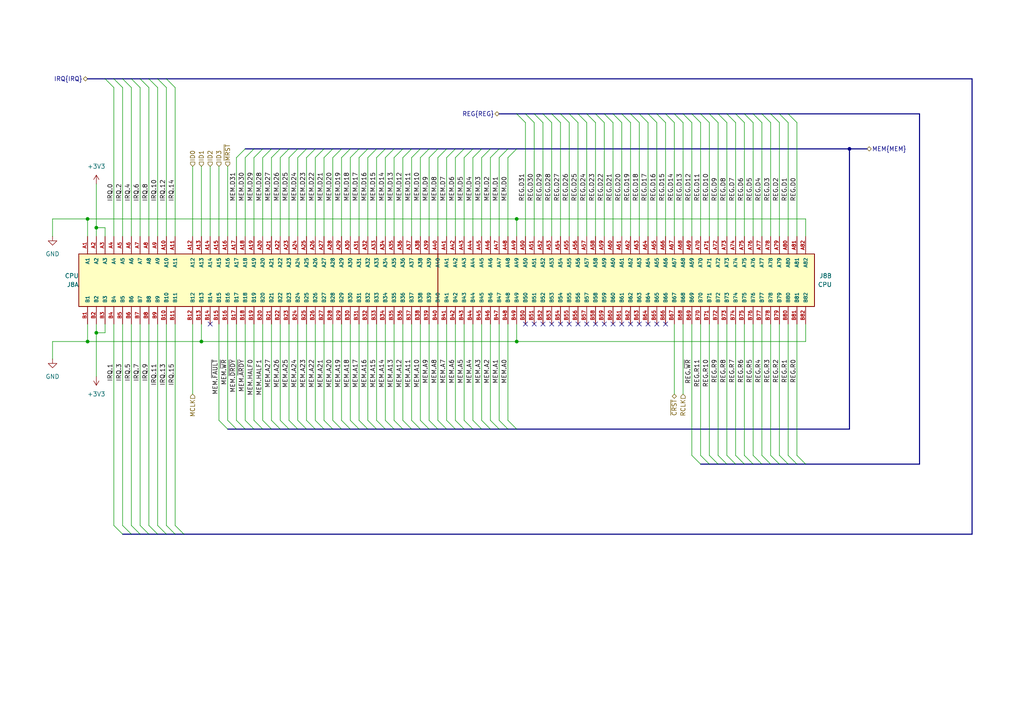
<source format=kicad_sch>
(kicad_sch (version 20231120) (generator "eeschema") (generator_version "8.0")
  (paper "A4")
  (title_block (title "RVFS CPU Slot") (date "2024-08-17") (rev "0.0.1") (comment 1 "Pins up to and including A/B49 share the same positions as for peripherals.") (comment 2 "Unconneccted pins are available for future use.") (comment 3 "PCIe connector, as those are rated for higher current.") (comment 4 "Primary power supply connections are mapped to pins which are used for power on the"))
  (lib_symbols
    (symbol "10018783-10113TLF:10018783-10113TLF" (pin_names (offset 1.016))
      (property "Reference" "J" (at -7.62 54.102 0))
      (property "Value" "10018783-10113TLF" (at -7.62 -55.88 0))
      (symbol "10018783-10113TLF_1_0"
        (rectangle (start -7.62 -53.34) (end 7.62 53.34) (stroke (width 0.254)) (fill (type background)))
        (pin passive line (at -12.7 50.8 0) (length 5.08) (name "A1") (number "A1"))
        (pin passive line (at -12.7 27.94 0) (length 5.08) (name "A10") (number "A10"))
        (pin passive line (at -12.7 25.4 0) (length 5.08) (name "A11") (number "A11"))
        (pin passive line (at -12.7 20.32 0) (length 5.08) (name "A12") (number "A12"))
        (pin passive line (at -12.7 17.78 0) (length 5.08) (name "A13") (number "A13"))
        (pin passive line (at -12.7 15.24 0) (length 5.08) (name "A14") (number "A14"))
        (pin passive line (at -12.7 12.7 0) (length 5.08) (name "A15") (number "A15"))
        (pin passive line (at -12.7 10.16 0) (length 5.08) (name "A16") (number "A16"))
        (pin passive line (at -12.7 7.62 0) (length 5.08) (name "A17") (number "A17"))
        (pin passive line (at -12.7 5.08 0) (length 5.08) (name "A18") (number "A18"))
        (pin passive line (at -12.7 2.54 0) (length 5.08) (name "A19") (number "A19"))
        (pin passive line (at -12.7 48.26 0) (length 5.08) (name "A2") (number "A2"))
        (pin passive line (at -12.7 0 0) (length 5.08) (name "A20") (number "A20"))
        (pin passive line (at -12.7 -2.54 0) (length 5.08) (name "A21") (number "A21"))
        (pin passive line (at -12.7 -5.08 0) (length 5.08) (name "A22") (number "A22"))
        (pin passive line (at -12.7 -7.62 0) (length 5.08) (name "A23") (number "A23"))
        (pin passive line (at -12.7 -10.16 0) (length 5.08) (name "A24") (number "A24"))
        (pin passive line (at -12.7 -12.7 0) (length 5.08) (name "A25") (number "A25"))
        (pin passive line (at -12.7 -15.24 0) (length 5.08) (name "A26") (number "A26"))
        (pin passive line (at -12.7 -17.78 0) (length 5.08) (name "A27") (number "A27"))
        (pin passive line (at -12.7 -20.32 0) (length 5.08) (name "A28") (number "A28"))
        (pin passive line (at -12.7 -22.86 0) (length 5.08) (name "A29") (number "A29"))
        (pin passive line (at -12.7 45.72 0) (length 5.08) (name "A3") (number "A3"))
        (pin passive line (at -12.7 -25.4 0) (length 5.08) (name "A30") (number "A30"))
        (pin passive line (at -12.7 -27.94 0) (length 5.08) (name "A31") (number "A31"))
        (pin passive line (at -12.7 -30.48 0) (length 5.08) (name "A32") (number "A32"))
        (pin passive line (at -12.7 -33.02 0) (length 5.08) (name "A33") (number "A33"))
        (pin passive line (at -12.7 -35.56 0) (length 5.08) (name "A34") (number "A34"))
        (pin passive line (at -12.7 -38.1 0) (length 5.08) (name "A35") (number "A35"))
        (pin passive line (at -12.7 -40.64 0) (length 5.08) (name "A36") (number "A36"))
        (pin passive line (at -12.7 -43.18 0) (length 5.08) (name "A37") (number "A37"))
        (pin passive line (at -12.7 -45.72 0) (length 5.08) (name "A38") (number "A38"))
        (pin passive line (at -12.7 -48.26 0) (length 5.08) (name "A39") (number "A39"))
        (pin passive line (at -12.7 43.18 0) (length 5.08) (name "A4") (number "A4"))
        (pin passive line (at -12.7 -50.8 0) (length 5.08) (name "A40") (number "A40"))
        (pin passive line (at -12.7 40.64 0) (length 5.08) (name "A5") (number "A5"))
        (pin passive line (at -12.7 38.1 0) (length 5.08) (name "A6") (number "A6"))
        (pin passive line (at -12.7 35.56 0) (length 5.08) (name "A7") (number "A7"))
        (pin passive line (at -12.7 33.02 0) (length 5.08) (name "A8") (number "A8"))
        (pin passive line (at -12.7 30.48 0) (length 5.08) (name "A9") (number "A9"))
        (pin passive line (at 12.7 50.8 180) (length 5.08) (name "B1") (number "B1"))
        (pin passive line (at 12.7 27.94 180) (length 5.08) (name "B10") (number "B10"))
        (pin passive line (at 12.7 25.4 180) (length 5.08) (name "B11") (number "B11"))
        (pin passive line (at 12.7 20.32 180) (length 5.08) (name "B12") (number "B12"))
        (pin passive line (at 12.7 17.78 180) (length 5.08) (name "B13") (number "B13"))
        (pin passive line (at 12.7 15.24 180) (length 5.08) (name "B14") (number "B14"))
        (pin passive line (at 12.7 12.7 180) (length 5.08) (name "B15") (number "B15"))
        (pin passive line (at 12.7 10.16 180) (length 5.08) (name "B16") (number "B16"))
        (pin passive line (at 12.7 7.62 180) (length 5.08) (name "B17") (number "B17"))
        (pin passive line (at 12.7 5.08 180) (length 5.08) (name "B18") (number "B18"))
        (pin passive line (at 12.7 2.54 180) (length 5.08) (name "B19") (number "B19"))
        (pin passive line (at 12.7 48.26 180) (length 5.08) (name "B2") (number "B2"))
        (pin passive line (at 12.7 0 180) (length 5.08) (name "B20") (number "B20"))
        (pin passive line (at 12.7 -2.54 180) (length 5.08) (name "B21") (number "B21"))
        (pin passive line (at 12.7 -5.08 180) (length 5.08) (name "B22") (number "B22"))
        (pin passive line (at 12.7 -7.62 180) (length 5.08) (name "B23") (number "B23"))
        (pin passive line (at 12.7 -10.16 180) (length 5.08) (name "B24") (number "B24"))
        (pin passive line (at 12.7 -12.7 180) (length 5.08) (name "B25") (number "B25"))
        (pin passive line (at 12.7 -15.24 180) (length 5.08) (name "B26") (number "B26"))
        (pin passive line (at 12.7 -17.78 180) (length 5.08) (name "B27") (number "B27"))
        (pin passive line (at 12.7 -20.32 180) (length 5.08) (name "B28") (number "B28"))
        (pin passive line (at 12.7 -22.86 180) (length 5.08) (name "B29") (number "B29"))
        (pin passive line (at 12.7 45.72 180) (length 5.08) (name "B3") (number "B3"))
        (pin passive line (at 12.7 -25.4 180) (length 5.08) (name "B30") (number "B30"))
        (pin passive line (at 12.7 -27.94 180) (length 5.08) (name "B31") (number "B31"))
        (pin passive line (at 12.7 -30.48 180) (length 5.08) (name "B32") (number "B32"))
        (pin passive line (at 12.7 -33.02 180) (length 5.08) (name "B33") (number "B33"))
        (pin passive line (at 12.7 -35.56 180) (length 5.08) (name "B34") (number "B34"))
        (pin passive line (at 12.7 -38.1 180) (length 5.08) (name "B35") (number "B35"))
        (pin passive line (at 12.7 -40.64 180) (length 5.08) (name "B36") (number "B36"))
        (pin passive line (at 12.7 -43.18 180) (length 5.08) (name "B37") (number "B37"))
        (pin passive line (at 12.7 -45.72 180) (length 5.08) (name "B38") (number "B38"))
        (pin passive line (at 12.7 -48.26 180) (length 5.08) (name "B39") (number "B39"))
        (pin passive line (at 12.7 43.18 180) (length 5.08) (name "B4") (number "B4"))
        (pin passive line (at 12.7 -50.8 180) (length 5.08) (name "B40") (number "B40"))
        (pin passive line (at 12.7 40.64 180) (length 5.08) (name "B5") (number "B5"))
        (pin passive line (at 12.7 38.1 180) (length 5.08) (name "B6") (number "B6"))
        (pin passive line (at 12.7 35.56 180) (length 5.08) (name "B7") (number "B7"))
        (pin passive line (at 12.7 33.02 180) (length 5.08) (name "B8") (number "B8"))
        (pin passive line (at 12.7 30.48 180) (length 5.08) (name "B9") (number "B9"))
      )
      (symbol "10018783-10113TLF_2_0"
        (rectangle (start -7.62 -53.34) (end 7.62 55.88) (stroke (width 0.254)) (fill (type background)))
        (pin passive line (at -12.7 53.34 0) (length 5.08) (name "A41") (number "A41"))
        (pin passive line (at -12.7 50.8 0) (length 5.08) (name "A42") (number "A42"))
        (pin passive line (at -12.7 48.26 0) (length 5.08) (name "A43") (number "A43"))
        (pin passive line (at -12.7 45.72 0) (length 5.08) (name "A44") (number "A44"))
        (pin passive line (at -12.7 43.18 0) (length 5.08) (name "A45") (number "A45"))
        (pin passive line (at -12.7 40.64 0) (length 5.08) (name "A46") (number "A46"))
        (pin passive line (at -12.7 38.1 0) (length 5.08) (name "A47") (number "A47"))
        (pin passive line (at -12.7 35.56 0) (length 5.08) (name "A48") (number "A48"))
        (pin passive line (at -12.7 33.02 0) (length 5.08) (name "A49") (number "A49"))
        (pin passive line (at -12.7 30.48 0) (length 5.08) (name "A50") (number "A50"))
        (pin passive line (at -12.7 27.94 0) (length 5.08) (name "A51") (number "A51"))
        (pin passive line (at -12.7 25.4 0) (length 5.08) (name "A52") (number "A52"))
        (pin passive line (at -12.7 22.86 0) (length 5.08) (name "A53") (number "A53"))
        (pin passive line (at -12.7 20.32 0) (length 5.08) (name "A54") (number "A54"))
        (pin passive line (at -12.7 17.78 0) (length 5.08) (name "A55") (number "A55"))
        (pin passive line (at -12.7 15.24 0) (length 5.08) (name "A56") (number "A56"))
        (pin passive line (at -12.7 12.7 0) (length 5.08) (name "A57") (number "A57"))
        (pin passive line (at -12.7 10.16 0) (length 5.08) (name "A58") (number "A58"))
        (pin passive line (at -12.7 7.62 0) (length 5.08) (name "A59") (number "A59"))
        (pin passive line (at -12.7 5.08 0) (length 5.08) (name "A60") (number "A60"))
        (pin passive line (at -12.7 2.54 0) (length 5.08) (name "A61") (number "A61"))
        (pin passive line (at -12.7 0 0) (length 5.08) (name "A62") (number "A62"))
        (pin passive line (at -12.7 -2.54 0) (length 5.08) (name "A63") (number "A63"))
        (pin passive line (at -12.7 -5.08 0) (length 5.08) (name "A64") (number "A64"))
        (pin passive line (at -12.7 -7.62 0) (length 5.08) (name "A65") (number "A65"))
        (pin passive line (at -12.7 -10.16 0) (length 5.08) (name "A66") (number "A66"))
        (pin passive line (at -12.7 -12.7 0) (length 5.08) (name "A67") (number "A67"))
        (pin passive line (at -12.7 -15.24 0) (length 5.08) (name "A68") (number "A68"))
        (pin passive line (at -12.7 -17.78 0) (length 5.08) (name "A69") (number "A69"))
        (pin passive line (at -12.7 -20.32 0) (length 5.08) (name "A70") (number "A70"))
        (pin passive line (at -12.7 -22.86 0) (length 5.08) (name "A71") (number "A71"))
        (pin passive line (at -12.7 -25.4 0) (length 5.08) (name "A72") (number "A72"))
        (pin passive line (at -12.7 -27.94 0) (length 5.08) (name "A73") (number "A73"))
        (pin passive line (at -12.7 -30.48 0) (length 5.08) (name "A74") (number "A74"))
        (pin passive line (at -12.7 -33.02 0) (length 5.08) (name "A75") (number "A75"))
        (pin passive line (at -12.7 -35.56 0) (length 5.08) (name "A76") (number "A76"))
        (pin passive line (at -12.7 -38.1 0) (length 5.08) (name "A77") (number "A77"))
        (pin passive line (at -12.7 -40.64 0) (length 5.08) (name "A78") (number "A78"))
        (pin passive line (at -12.7 -43.18 0) (length 5.08) (name "A79") (number "A79"))
        (pin passive line (at -12.7 -45.72 0) (length 5.08) (name "A80") (number "A80"))
        (pin passive line (at -12.7 -48.26 0) (length 5.08) (name "A81") (number "A81"))
        (pin passive line (at -12.7 -50.8 0) (length 5.08) (name "A82") (number "A82"))
        (pin passive line (at 12.7 53.34 180) (length 5.08) (name "B41") (number "B41"))
        (pin passive line (at 12.7 50.8 180) (length 5.08) (name "B42") (number "B42"))
        (pin passive line (at 12.7 48.26 180) (length 5.08) (name "B43") (number "B43"))
        (pin passive line (at 12.7 45.72 180) (length 5.08) (name "B44") (number "B44"))
        (pin passive line (at 12.7 43.18 180) (length 5.08) (name "B45") (number "B45"))
        (pin passive line (at 12.7 40.64 180) (length 5.08) (name "B46") (number "B46"))
        (pin passive line (at 12.7 38.1 180) (length 5.08) (name "B47") (number "B47"))
        (pin passive line (at 12.7 35.56 180) (length 5.08) (name "B48") (number "B48"))
        (pin passive line (at 12.7 33.02 180) (length 5.08) (name "B49") (number "B49"))
        (pin passive line (at 12.7 30.48 180) (length 5.08) (name "B50") (number "B50"))
        (pin passive line (at 12.7 27.94 180) (length 5.08) (name "B51") (number "B51"))
        (pin passive line (at 12.7 25.4 180) (length 5.08) (name "B52") (number "B52"))
        (pin passive line (at 12.7 22.86 180) (length 5.08) (name "B53") (number "B53"))
        (pin passive line (at 12.7 20.32 180) (length 5.08) (name "B54") (number "B54"))
        (pin passive line (at 12.7 17.78 180) (length 5.08) (name "B55") (number "B55"))
        (pin passive line (at 12.7 15.24 180) (length 5.08) (name "B56") (number "B56"))
        (pin passive line (at 12.7 12.7 180) (length 5.08) (name "B57") (number "B57"))
        (pin passive line (at 12.7 10.16 180) (length 5.08) (name "B58") (number "B58"))
        (pin passive line (at 12.7 7.62 180) (length 5.08) (name "B59") (number "B59"))
        (pin passive line (at 12.7 5.08 180) (length 5.08) (name "B60") (number "B60"))
        (pin passive line (at 12.7 2.54 180) (length 5.08) (name "B61") (number "B61"))
        (pin passive line (at 12.7 0 180) (length 5.08) (name "B62") (number "B62"))
        (pin passive line (at 12.7 -2.54 180) (length 5.08) (name "B63") (number "B63"))
        (pin passive line (at 12.7 -5.08 180) (length 5.08) (name "B64") (number "B64"))
        (pin passive line (at 12.7 -7.62 180) (length 5.08) (name "B65") (number "B65"))
        (pin passive line (at 12.7 -10.16 180) (length 5.08) (name "B66") (number "B66"))
        (pin passive line (at 12.7 -12.7 180) (length 5.08) (name "B67") (number "B67"))
        (pin passive line (at 12.7 -15.24 180) (length 5.08) (name "B68") (number "B68"))
        (pin passive line (at 12.7 -17.78 180) (length 5.08) (name "B69") (number "B69"))
        (pin passive line (at 12.7 -20.32 180) (length 5.08) (name "B70") (number "B70"))
        (pin passive line (at 12.7 -22.86 180) (length 5.08) (name "B71") (number "B71"))
        (pin passive line (at 12.7 -25.4 180) (length 5.08) (name "B72") (number "B72"))
        (pin passive line (at 12.7 -27.94 180) (length 5.08) (name "B73") (number "B73"))
        (pin passive line (at 12.7 -30.48 180) (length 5.08) (name "B74") (number "B74"))
        (pin passive line (at 12.7 -33.02 180) (length 5.08) (name "B75") (number "B75"))
        (pin passive line (at 12.7 -35.56 180) (length 5.08) (name "B76") (number "B76"))
        (pin passive line (at 12.7 -38.1 180) (length 5.08) (name "B77") (number "B77"))
        (pin passive line (at 12.7 -40.64 180) (length 5.08) (name "B78") (number "B78"))
        (pin passive line (at 12.7 -43.18 180) (length 5.08) (name "B79") (number "B79"))
        (pin passive line (at 12.7 -45.72 180) (length 5.08) (name "B80") (number "B80"))
        (pin passive line (at 12.7 -48.26 180) (length 5.08) (name "B81") (number "B81"))
        (pin passive line (at 12.7 -50.8 180) (length 5.08) (name "B82") (number "B82"))
      )
    )
    (symbol "power:+3V3" (power) (pin_numbers hide) (pin_names (offset 0) hide)
      (property "Value" "+3V3" (at 0 3.556 0))
      (symbol "+3V3_0_1"
        (polyline (pts (xy -0.762 1.27) (xy 0 2.54)))
        (polyline (pts (xy 0 0) (xy 0 2.54)))
        (polyline (pts (xy 0 2.54) (xy 0.762 1.27)))
      )
      (symbol "+3V3_1_1"
        (pin power_in line (at 0 0 90) (length 0) (name "~") (number "1"))
      )
    )
    (symbol "power:GND" (power) (pin_numbers hide) (pin_names (offset 0) hide)
      (property "Value" "GND" (at 0 -3.81 0))
      (symbol "GND_0_1"
        (polyline (pts (xy 0 0) (xy 0 -1.27) (xy 1.27 -1.27) (xy 0 -2.54) (xy -1.27 -1.27) (xy 0 -1.27)))
      )
      (symbol "GND_1_1"
        (pin power_in line (at 0 0 270) (length 0) (name "~") (number "1"))
      )
    )
  )
  (junction (at 25.4 63.5))
  (junction (at 27.94 96.52))
  (junction (at 25.4 99.06))
  (junction (at 27.94 66.04))
  (junction (at 149.86 99.06))
  (junction (at 58.42 99.06))
  (junction (at 246.38 43.18))
  (junction (at 149.86 63.5))
  (no_connect (at 180.34 93.98))
  (no_connect (at 157.48 93.98))
  (no_connect (at 182.88 93.98))
  (no_connect (at 152.4 93.98))
  (no_connect (at 160.02 93.98))
  (no_connect (at 172.72 93.98))
  (no_connect (at 154.94 93.98))
  (no_connect (at 190.5 93.98))
  (no_connect (at 185.42 93.98))
  (no_connect (at 162.56 93.98))
  (no_connect (at 167.64 93.98))
  (no_connect (at 177.8 93.98))
  (no_connect (at 175.26 93.98))
  (no_connect (at 60.96 93.98))
  (no_connect (at 165.1 93.98))
  (no_connect (at 170.18 93.98))
  (no_connect (at 193.04 93.98))
  (no_connect (at 187.96 93.98))
  (bus_entry (at 226.06 132.08) (size 2.54 2.54))
  (bus_entry (at 144.78 43.18) (size -2.54 2.54))
  (bus_entry (at 99.06 124.46) (size -2.54 -2.54))
  (bus_entry (at 38.1 154.94) (size -2.54 -2.54))
  (bus_entry (at 149.86 43.18) (size -2.54 2.54))
  (bus_entry (at 208.28 33.02) (size 2.54 2.54))
  (bus_entry (at 109.22 43.18) (size -2.54 2.54))
  (bus_entry (at 106.68 43.18) (size -2.54 2.54))
  (bus_entry (at 40.64 22.86) (size 2.54 2.54))
  (bus_entry (at 119.38 124.46) (size -2.54 -2.54))
  (bus_entry (at 78.74 43.18) (size -2.54 2.54))
  (bus_entry (at 124.46 43.18) (size -2.54 2.54))
  (bus_entry (at 139.7 43.18) (size -2.54 2.54))
  (bus_entry (at 45.72 154.94) (size -2.54 -2.54))
  (bus_entry (at 91.44 43.18) (size -2.54 2.54))
  (bus_entry (at 213.36 33.02) (size 2.54 2.54))
  (bus_entry (at 93.98 43.18) (size -2.54 2.54))
  (bus_entry (at 121.92 124.46) (size -2.54 -2.54))
  (bus_entry (at 231.14 132.08) (size 2.54 2.54))
  (bus_entry (at 177.8 33.02) (size 2.54 2.54))
  (bus_entry (at 116.84 43.18) (size -2.54 2.54))
  (bus_entry (at 134.62 43.18) (size -2.54 2.54))
  (bus_entry (at 205.74 132.08) (size 2.54 2.54))
  (bus_entry (at 111.76 124.46) (size -2.54 -2.54))
  (bus_entry (at 76.2 121.92) (size 2.54 2.54))
  (bus_entry (at 91.44 124.46) (size -2.54 -2.54))
  (bus_entry (at 220.98 132.08) (size 2.54 2.54))
  (bus_entry (at 111.76 43.18) (size -2.54 2.54))
  (bus_entry (at 53.34 154.94) (size -2.54 -2.54))
  (bus_entry (at 185.42 33.02) (size 2.54 2.54))
  (bus_entry (at 127 124.46) (size -2.54 -2.54))
  (bus_entry (at 218.44 33.02) (size 2.54 2.54))
  (bus_entry (at 88.9 43.18) (size -2.54 2.54))
  (bus_entry (at 43.18 22.86) (size 2.54 2.54))
  (bus_entry (at 205.74 33.02) (size 2.54 2.54))
  (bus_entry (at 109.22 124.46) (size -2.54 -2.54))
  (bus_entry (at 149.86 33.02) (size 2.54 2.54))
  (bus_entry (at 220.98 33.02) (size 2.54 2.54))
  (bus_entry (at 73.66 124.46) (size -2.54 -2.54))
  (bus_entry (at 200.66 33.02) (size 2.54 2.54))
  (bus_entry (at 76.2 43.18) (size -2.54 2.54))
  (bus_entry (at 68.58 124.46) (size -2.54 -2.54))
  (bus_entry (at 76.2 124.46) (size -2.54 -2.54))
  (bus_entry (at 96.52 43.18) (size -2.54 2.54))
  (bus_entry (at 160.02 33.02) (size 2.54 2.54))
  (bus_entry (at 114.3 43.18) (size -2.54 2.54))
  (bus_entry (at 40.64 154.94) (size -2.54 -2.54))
  (bus_entry (at 137.16 43.18) (size -2.54 2.54))
  (bus_entry (at 35.56 154.94) (size -2.54 -2.54))
  (bus_entry (at 73.66 43.18) (size -2.54 2.54))
  (bus_entry (at 71.12 124.46) (size -2.54 -2.54))
  (bus_entry (at 83.82 43.18) (size -2.54 2.54))
  (bus_entry (at 144.78 124.46) (size -2.54 -2.54))
  (bus_entry (at 30.48 22.86) (size 2.54 2.54))
  (bus_entry (at 218.44 132.08) (size 2.54 2.54))
  (bus_entry (at 203.2 132.08) (size 2.54 2.54))
  (bus_entry (at 81.28 43.18) (size -2.54 2.54))
  (bus_entry (at 101.6 124.46) (size -2.54 -2.54))
  (bus_entry (at 195.58 33.02) (size 2.54 2.54))
  (bus_entry (at 33.02 22.86) (size 2.54 2.54))
  (bus_entry (at 165.1 33.02) (size 2.54 2.54))
  (bus_entry (at 190.5 33.02) (size 2.54 2.54))
  (bus_entry (at 132.08 124.46) (size -2.54 -2.54))
  (bus_entry (at 157.48 33.02) (size 2.54 2.54))
  (bus_entry (at 223.52 132.08) (size 2.54 2.54))
  (bus_entry (at 86.36 43.18) (size -2.54 2.54))
  (bus_entry (at 99.06 43.18) (size -2.54 2.54))
  (bus_entry (at 43.18 154.94) (size -2.54 -2.54))
  (bus_entry (at 203.2 134.62) (size -2.54 -2.54))
  (bus_entry (at 175.26 33.02) (size 2.54 2.54))
  (bus_entry (at 172.72 33.02) (size 2.54 2.54))
  (bus_entry (at 170.18 33.02) (size 2.54 2.54))
  (bus_entry (at 38.1 22.86) (size 2.54 2.54))
  (bus_entry (at 96.52 124.46) (size -2.54 -2.54))
  (bus_entry (at 154.94 33.02) (size 2.54 2.54))
  (bus_entry (at 180.34 33.02) (size 2.54 2.54))
  (bus_entry (at 35.56 22.86) (size 2.54 2.54))
  (bus_entry (at 228.6 132.08) (size 2.54 2.54))
  (bus_entry (at 147.32 124.46) (size -2.54 -2.54))
  (bus_entry (at 137.16 124.46) (size -2.54 -2.54))
  (bus_entry (at 152.4 33.02) (size 2.54 2.54))
  (bus_entry (at 226.06 33.02) (size 2.54 2.54))
  (bus_entry (at 48.26 154.94) (size -2.54 -2.54))
  (bus_entry (at 81.28 124.46) (size -2.54 -2.54))
  (bus_entry (at 86.36 124.46) (size -2.54 -2.54))
  (bus_entry (at 88.9 124.46) (size -2.54 -2.54))
  (bus_entry (at 215.9 33.02) (size 2.54 2.54))
  (bus_entry (at 104.14 43.18) (size -2.54 2.54))
  (bus_entry (at 114.3 124.46) (size -2.54 -2.54))
  (bus_entry (at 121.92 43.18) (size -2.54 2.54))
  (bus_entry (at 45.72 22.86) (size 2.54 2.54))
  (bus_entry (at 83.82 124.46) (size -2.54 -2.54))
  (bus_entry (at 167.64 33.02) (size 2.54 2.54))
  (bus_entry (at 139.7 124.46) (size -2.54 -2.54))
  (bus_entry (at 104.14 124.46) (size -2.54 -2.54))
  (bus_entry (at 182.88 33.02) (size 2.54 2.54))
  (bus_entry (at 142.24 43.18) (size -2.54 2.54))
  (bus_entry (at 210.82 33.02) (size 2.54 2.54))
  (bus_entry (at 106.68 124.46) (size -2.54 -2.54))
  (bus_entry (at 66.04 124.46) (size -2.54 -2.54))
  (bus_entry (at 162.56 33.02) (size 2.54 2.54))
  (bus_entry (at 208.28 132.08) (size 2.54 2.54))
  (bus_entry (at 228.6 33.02) (size 2.54 2.54))
  (bus_entry (at 124.46 124.46) (size -2.54 -2.54))
  (bus_entry (at 149.86 124.46) (size -2.54 -2.54))
  (bus_entry (at 134.62 124.46) (size -2.54 -2.54))
  (bus_entry (at 132.08 43.18) (size -2.54 2.54))
  (bus_entry (at 93.98 124.46) (size -2.54 -2.54))
  (bus_entry (at 193.04 33.02) (size 2.54 2.54))
  (bus_entry (at 101.6 43.18) (size -2.54 2.54))
  (bus_entry (at 129.54 124.46) (size -2.54 -2.54))
  (bus_entry (at 127 43.18) (size -2.54 2.54))
  (bus_entry (at 215.9 132.08) (size 2.54 2.54))
  (bus_entry (at 129.54 43.18) (size -2.54 2.54))
  (bus_entry (at 116.84 124.46) (size -2.54 -2.54))
  (bus_entry (at 198.12 33.02) (size 2.54 2.54))
  (bus_entry (at 48.26 22.86) (size 2.54 2.54))
  (bus_entry (at 71.12 43.18) (size -2.54 2.54))
  (bus_entry (at 50.8 154.94) (size -2.54 -2.54))
  (bus_entry (at 213.36 132.08) (size 2.54 2.54))
  (bus_entry (at 210.82 132.08) (size 2.54 2.54))
  (bus_entry (at 147.32 43.18) (size -2.54 2.54))
  (bus_entry (at 119.38 43.18) (size -2.54 2.54))
  (bus_entry (at 203.2 33.02) (size 2.54 2.54))
  (bus_entry (at 223.52 33.02) (size 2.54 2.54))
  (bus_entry (at 187.96 33.02) (size 2.54 2.54))
  (bus_entry (at 142.24 124.46) (size -2.54 -2.54))
  (bus (pts (xy 40.64 22.86) (xy 43.18 22.86)))
  (bus (pts (xy 71.12 43.18) (xy 73.66 43.18)))
  (wire (pts (xy 114.3 93.98) (xy 114.3 121.92)))
  (bus (pts (xy 149.86 124.46) (xy 246.38 124.46)))
  (bus (pts (xy 218.44 134.62) (xy 220.98 134.62)))
  (bus (pts (xy 134.62 43.18) (xy 132.08 43.18)))
  (wire (pts (xy 154.94 35.56) (xy 154.94 68.58)))
  (wire (pts (xy 96.52 93.98) (xy 96.52 121.92)))
  (wire (pts (xy 73.66 45.72) (xy 73.66 68.58)))
  (bus (pts (xy 91.44 124.46) (xy 93.98 124.46)))
  (wire (pts (xy 66.04 93.98) (xy 66.04 121.92)))
  (wire (pts (xy 55.88 48.26) (xy 55.88 68.58)))
  (wire (pts (xy 83.82 93.98) (xy 83.82 121.92)))
  (wire (pts (xy 116.84 68.58) (xy 116.84 45.72)))
  (wire (pts (xy 114.3 68.58) (xy 114.3 45.72)))
  (wire (pts (xy 15.24 104.14) (xy 15.24 99.06)))
  (bus (pts (xy 165.1 33.02) (xy 162.56 33.02)))
  (wire (pts (xy 215.9 35.56) (xy 215.9 68.58)))
  (bus (pts (xy 124.46 43.18) (xy 121.92 43.18)))
  (bus (pts (xy 99.06 43.18) (xy 96.52 43.18)))
  (bus (pts (xy 43.18 154.94) (xy 45.72 154.94)))
  (bus (pts (xy 187.96 33.02) (xy 190.5 33.02)))
  (wire (pts (xy 27.94 53.34) (xy 27.94 66.04)))
  (bus (pts (xy 88.9 43.18) (xy 86.36 43.18)))
  (bus (pts (xy 175.26 33.02) (xy 177.8 33.02)))
  (bus (pts (xy 170.18 33.02) (xy 167.64 33.02)))
  (wire (pts (xy 172.72 35.56) (xy 172.72 68.58)))
  (wire (pts (xy 81.28 93.98) (xy 81.28 121.92)))
  (wire (pts (xy 167.64 35.56) (xy 167.64 68.58)))
  (wire (pts (xy 68.58 45.72) (xy 68.58 68.58)))
  (wire (pts (xy 81.28 68.58) (xy 81.28 45.72)))
  (bus (pts (xy 81.28 124.46) (xy 83.82 124.46)))
  (bus (pts (xy 116.84 124.46) (xy 119.38 124.46)))
  (wire (pts (xy 220.98 35.56) (xy 220.98 68.58)))
  (bus (pts (xy 83.82 43.18) (xy 81.28 43.18)))
  (wire (pts (xy 205.74 35.56) (xy 205.74 68.58)))
  (wire (pts (xy 218.44 93.98) (xy 218.44 132.08)))
  (bus (pts (xy 160.02 33.02) (xy 157.48 33.02)))
  (wire (pts (xy 111.76 93.98) (xy 111.76 121.92)))
  (wire (pts (xy 73.66 93.98) (xy 73.66 121.92)))
  (bus (pts (xy 180.34 33.02) (xy 182.88 33.02)))
  (bus (pts (xy 246.38 43.18) (xy 246.38 124.46)))
  (bus (pts (xy 119.38 43.18) (xy 116.84 43.18)))
  (wire (pts (xy 55.88 93.98) (xy 55.88 114.3)))
  (bus (pts (xy 165.1 33.02) (xy 167.64 33.02)))
  (bus (pts (xy 71.12 124.46) (xy 73.66 124.46)))
  (wire (pts (xy 142.24 93.98) (xy 142.24 121.92)))
  (wire (pts (xy 226.06 35.56) (xy 226.06 68.58)))
  (wire (pts (xy 91.44 93.98) (xy 91.44 121.92)))
  (bus (pts (xy 101.6 124.46) (xy 104.14 124.46)))
  (bus (pts (xy 111.76 124.46) (xy 114.3 124.46)))
  (bus (pts (xy 96.52 124.46) (xy 99.06 124.46)))
  (bus (pts (xy 106.68 124.46) (xy 109.22 124.46)))
  (bus (pts (xy 53.34 154.94) (xy 281.94 154.94)))
  (wire (pts (xy 78.74 93.98) (xy 78.74 121.92)))
  (wire (pts (xy 27.94 93.98) (xy 27.94 96.52)))
  (bus (pts (xy 114.3 124.46) (xy 116.84 124.46)))
  (wire (pts (xy 30.48 66.04) (xy 27.94 66.04)))
  (wire (pts (xy 210.82 93.98) (xy 210.82 132.08)))
  (bus (pts (xy 78.74 124.46) (xy 81.28 124.46)))
  (bus (pts (xy 121.92 124.46) (xy 124.46 124.46)))
  (bus (pts (xy 127 43.18) (xy 124.46 43.18)))
  (bus (pts (xy 246.38 43.18) (xy 251.46 43.18)))
  (wire (pts (xy 58.42 99.06) (xy 149.86 99.06)))
  (wire (pts (xy 193.04 35.56) (xy 193.04 68.58)))
  (bus (pts (xy 43.18 22.86) (xy 45.72 22.86)))
  (wire (pts (xy 228.6 93.98) (xy 228.6 132.08)))
  (wire (pts (xy 129.54 68.58) (xy 129.54 45.72)))
  (wire (pts (xy 33.02 93.98) (xy 33.02 152.4)))
  (bus (pts (xy 86.36 43.18) (xy 83.82 43.18)))
  (bus (pts (xy 48.26 22.86) (xy 281.94 22.86)))
  (wire (pts (xy 124.46 68.58) (xy 124.46 45.72)))
  (wire (pts (xy 15.24 63.5) (xy 15.24 68.58)))
  (wire (pts (xy 149.86 99.06) (xy 233.68 99.06)))
  (wire (pts (xy 203.2 93.98) (xy 203.2 132.08)))
  (bus (pts (xy 144.78 33.02) (xy 149.86 33.02)))
  (wire (pts (xy 66.04 48.26) (xy 66.04 68.58)))
  (wire (pts (xy 121.92 93.98) (xy 121.92 121.92)))
  (wire (pts (xy 233.68 68.58) (xy 233.68 63.5)))
  (wire (pts (xy 142.24 68.58) (xy 142.24 45.72)))
  (wire (pts (xy 203.2 35.56) (xy 203.2 68.58)))
  (bus (pts (xy 144.78 124.46) (xy 147.32 124.46)))
  (wire (pts (xy 60.96 48.26) (xy 60.96 68.58)))
  (bus (pts (xy 132.08 43.18) (xy 129.54 43.18)))
  (wire (pts (xy 144.78 68.58) (xy 144.78 45.72)))
  (bus (pts (xy 149.86 43.18) (xy 246.38 43.18)))
  (wire (pts (xy 50.8 93.98) (xy 50.8 152.4)))
  (bus (pts (xy 38.1 22.86) (xy 40.64 22.86)))
  (wire (pts (xy 25.4 63.5) (xy 149.86 63.5)))
  (bus (pts (xy 147.32 124.46) (xy 149.86 124.46)))
  (wire (pts (xy 139.7 68.58) (xy 139.7 45.72)))
  (wire (pts (xy 15.24 99.06) (xy 25.4 99.06)))
  (wire (pts (xy 139.7 93.98) (xy 139.7 121.92)))
  (bus (pts (xy 45.72 22.86) (xy 48.26 22.86)))
  (bus (pts (xy 137.16 124.46) (xy 139.7 124.46)))
  (wire (pts (xy 43.18 25.4) (xy 43.18 68.58)))
  (wire (pts (xy 45.72 25.4) (xy 45.72 68.58)))
  (wire (pts (xy 99.06 93.98) (xy 99.06 121.92)))
  (wire (pts (xy 68.58 93.98) (xy 68.58 121.92)))
  (bus (pts (xy 170.18 33.02) (xy 172.72 33.02)))
  (bus (pts (xy 149.86 33.02) (xy 152.4 33.02)))
  (wire (pts (xy 231.14 93.98) (xy 231.14 132.08)))
  (wire (pts (xy 27.94 96.52) (xy 30.48 96.52)))
  (bus (pts (xy 195.58 33.02) (xy 198.12 33.02)))
  (bus (pts (xy 132.08 124.46) (xy 134.62 124.46)))
  (wire (pts (xy 35.56 93.98) (xy 35.56 152.4)))
  (bus (pts (xy 25.4 22.86) (xy 30.48 22.86)))
  (wire (pts (xy 233.68 63.5) (xy 149.86 63.5)))
  (wire (pts (xy 106.68 68.58) (xy 106.68 45.72)))
  (wire (pts (xy 58.42 48.26) (xy 58.42 68.58)))
  (wire (pts (xy 147.32 93.98) (xy 147.32 121.92)))
  (wire (pts (xy 27.94 66.04) (xy 27.94 68.58)))
  (bus (pts (xy 104.14 124.46) (xy 106.68 124.46)))
  (wire (pts (xy 182.88 35.56) (xy 182.88 68.58)))
  (bus (pts (xy 116.84 43.18) (xy 114.3 43.18)))
  (wire (pts (xy 78.74 68.58) (xy 78.74 45.72)))
  (bus (pts (xy 38.1 154.94) (xy 40.64 154.94)))
  (wire (pts (xy 218.44 35.56) (xy 218.44 68.58)))
  (bus (pts (xy 226.06 33.02) (xy 228.6 33.02)))
  (bus (pts (xy 210.82 134.62) (xy 213.36 134.62)))
  (bus (pts (xy 91.44 43.18) (xy 88.9 43.18)))
  (bus (pts (xy 88.9 124.46) (xy 91.44 124.46)))
  (wire (pts (xy 101.6 93.98) (xy 101.6 121.92)))
  (bus (pts (xy 121.92 43.18) (xy 119.38 43.18)))
  (wire (pts (xy 33.02 25.4) (xy 33.02 68.58)))
  (wire (pts (xy 45.72 93.98) (xy 45.72 152.4)))
  (bus (pts (xy 35.56 154.94) (xy 38.1 154.94)))
  (bus (pts (xy 226.06 33.02) (xy 223.52 33.02)))
  (wire (pts (xy 127 93.98) (xy 127 121.92)))
  (bus (pts (xy 154.94 33.02) (xy 157.48 33.02)))
  (bus (pts (xy 78.74 43.18) (xy 81.28 43.18)))
  (bus (pts (xy 129.54 124.46) (xy 132.08 124.46)))
  (wire (pts (xy 213.36 35.56) (xy 213.36 68.58)))
  (wire (pts (xy 190.5 35.56) (xy 190.5 68.58)))
  (bus (pts (xy 205.74 33.02) (xy 203.2 33.02)))
  (bus (pts (xy 127 124.46) (xy 129.54 124.46)))
  (bus (pts (xy 195.58 33.02) (xy 193.04 33.02)))
  (wire (pts (xy 96.52 68.58) (xy 96.52 45.72)))
  (wire (pts (xy 93.98 68.58) (xy 93.98 45.72)))
  (bus (pts (xy 119.38 124.46) (xy 121.92 124.46)))
  (wire (pts (xy 106.68 93.98) (xy 106.68 121.92)))
  (bus (pts (xy 35.56 22.86) (xy 38.1 22.86)))
  (wire (pts (xy 25.4 99.06) (xy 25.4 93.98)))
  (bus (pts (xy 172.72 33.02) (xy 175.26 33.02)))
  (wire (pts (xy 198.12 35.56) (xy 198.12 68.58)))
  (bus (pts (xy 228.6 33.02) (xy 266.7 33.02)))
  (bus (pts (xy 162.56 33.02) (xy 160.02 33.02)))
  (bus (pts (xy 208.28 134.62) (xy 210.82 134.62)))
  (wire (pts (xy 40.64 25.4) (xy 40.64 68.58)))
  (wire (pts (xy 119.38 93.98) (xy 119.38 121.92)))
  (wire (pts (xy 149.86 93.98) (xy 149.86 99.06)))
  (bus (pts (xy 218.44 33.02) (xy 215.9 33.02)))
  (bus (pts (xy 83.82 124.46) (xy 86.36 124.46)))
  (wire (pts (xy 177.8 35.56) (xy 177.8 68.58)))
  (wire (pts (xy 160.02 35.56) (xy 160.02 68.58)))
  (wire (pts (xy 50.8 25.4) (xy 50.8 68.58)))
  (wire (pts (xy 170.18 35.56) (xy 170.18 68.58)))
  (bus (pts (xy 99.06 124.46) (xy 101.6 124.46)))
  (bus (pts (xy 220.98 134.62) (xy 223.52 134.62)))
  (wire (pts (xy 157.48 35.56) (xy 157.48 68.58)))
  (bus (pts (xy 228.6 134.62) (xy 231.14 134.62)))
  (bus (pts (xy 144.78 43.18) (xy 142.24 43.18)))
  (wire (pts (xy 132.08 93.98) (xy 132.08 121.92)))
  (wire (pts (xy 226.06 93.98) (xy 226.06 132.08)))
  (bus (pts (xy 210.82 33.02) (xy 208.28 33.02)))
  (wire (pts (xy 38.1 25.4) (xy 38.1 68.58)))
  (wire (pts (xy 134.62 93.98) (xy 134.62 121.92)))
  (wire (pts (xy 149.86 68.58) (xy 149.86 63.5)))
  (wire (pts (xy 35.56 25.4) (xy 35.56 68.58)))
  (wire (pts (xy 228.6 35.56) (xy 228.6 68.58)))
  (bus (pts (xy 93.98 43.18) (xy 91.44 43.18)))
  (wire (pts (xy 213.36 93.98) (xy 213.36 132.08)))
  (wire (pts (xy 129.54 93.98) (xy 129.54 121.92)))
  (bus (pts (xy 220.98 33.02) (xy 218.44 33.02)))
  (wire (pts (xy 101.6 68.58) (xy 101.6 45.72)))
  (bus (pts (xy 101.6 43.18) (xy 99.06 43.18)))
  (bus (pts (xy 147.32 43.18) (xy 144.78 43.18)))
  (bus (pts (xy 109.22 124.46) (xy 111.76 124.46)))
  (wire (pts (xy 86.36 93.98) (xy 86.36 121.92)))
  (bus (pts (xy 193.04 33.02) (xy 190.5 33.02)))
  (wire (pts (xy 220.98 93.98) (xy 220.98 132.08)))
  (wire (pts (xy 200.66 93.98) (xy 200.66 132.08)))
  (wire (pts (xy 27.94 96.52) (xy 27.94 109.22)))
  (wire (pts (xy 30.48 68.58) (xy 30.48 66.04)))
  (bus (pts (xy 203.2 33.02) (xy 200.66 33.02)))
  (wire (pts (xy 93.98 93.98) (xy 93.98 121.92)))
  (bus (pts (xy 66.04 124.46) (xy 68.58 124.46)))
  (wire (pts (xy 99.06 68.58) (xy 99.06 45.72)))
  (wire (pts (xy 231.14 35.56) (xy 231.14 68.58)))
  (wire (pts (xy 180.34 35.56) (xy 180.34 68.58)))
  (wire (pts (xy 63.5 48.26) (xy 63.5 68.58)))
  (wire (pts (xy 104.14 68.58) (xy 104.14 45.72)))
  (bus (pts (xy 134.62 124.46) (xy 137.16 124.46)))
  (wire (pts (xy 25.4 99.06) (xy 58.42 99.06)))
  (bus (pts (xy 226.06 134.62) (xy 228.6 134.62)))
  (wire (pts (xy 104.14 93.98) (xy 104.14 121.92)))
  (bus (pts (xy 40.64 154.94) (xy 43.18 154.94)))
  (wire (pts (xy 71.12 45.72) (xy 71.12 68.58)))
  (bus (pts (xy 129.54 43.18) (xy 127 43.18)))
  (bus (pts (xy 152.4 33.02) (xy 154.94 33.02)))
  (bus (pts (xy 177.8 33.02) (xy 180.34 33.02)))
  (wire (pts (xy 195.58 35.56) (xy 195.58 68.58)))
  (wire (pts (xy 165.1 35.56) (xy 165.1 68.58)))
  (bus (pts (xy 30.48 22.86) (xy 33.02 22.86)))
  (bus (pts (xy 68.58 124.46) (xy 71.12 124.46)))
  (bus (pts (xy 93.98 124.46) (xy 96.52 124.46)))
  (wire (pts (xy 147.32 68.58) (xy 147.32 45.72)))
  (bus (pts (xy 198.12 33.02) (xy 200.66 33.02)))
  (wire (pts (xy 162.56 35.56) (xy 162.56 68.58)))
  (wire (pts (xy 109.22 93.98) (xy 109.22 121.92)))
  (bus (pts (xy 86.36 124.46) (xy 88.9 124.46)))
  (bus (pts (xy 114.3 43.18) (xy 111.76 43.18)))
  (wire (pts (xy 86.36 68.58) (xy 86.36 45.72)))
  (wire (pts (xy 175.26 35.56) (xy 175.26 68.58)))
  (wire (pts (xy 205.74 93.98) (xy 205.74 132.08)))
  (wire (pts (xy 88.9 93.98) (xy 88.9 121.92)))
  (wire (pts (xy 152.4 35.56) (xy 152.4 68.58)))
  (wire (pts (xy 88.9 68.58) (xy 88.9 45.72)))
  (bus (pts (xy 45.72 154.94) (xy 48.26 154.94)))
  (wire (pts (xy 15.24 63.5) (xy 25.4 63.5)))
  (wire (pts (xy 223.52 35.56) (xy 223.52 68.58)))
  (bus (pts (xy 111.76 43.18) (xy 109.22 43.18)))
  (bus (pts (xy 208.28 33.02) (xy 205.74 33.02)))
  (wire (pts (xy 76.2 45.72) (xy 76.2 68.58)))
  (wire (pts (xy 215.9 93.98) (xy 215.9 132.08)))
  (bus (pts (xy 48.26 154.94) (xy 50.8 154.94)))
  (wire (pts (xy 48.26 25.4) (xy 48.26 68.58)))
  (bus (pts (xy 185.42 33.02) (xy 187.96 33.02)))
  (bus (pts (xy 142.24 124.46) (xy 144.78 124.46)))
  (bus (pts (xy 50.8 154.94) (xy 53.34 154.94)))
  (wire (pts (xy 185.42 35.56) (xy 185.42 68.58)))
  (wire (pts (xy 71.12 93.98) (xy 71.12 121.92)))
  (wire (pts (xy 38.1 93.98) (xy 38.1 152.4)))
  (bus (pts (xy 281.94 22.86) (xy 281.94 154.94)))
  (bus (pts (xy 215.9 134.62) (xy 218.44 134.62)))
  (wire (pts (xy 40.64 93.98) (xy 40.64 152.4)))
  (bus (pts (xy 106.68 43.18) (xy 104.14 43.18)))
  (wire (pts (xy 233.68 93.98) (xy 233.68 99.06)))
  (bus (pts (xy 213.36 33.02) (xy 210.82 33.02)))
  (bus (pts (xy 73.66 124.46) (xy 76.2 124.46)))
  (bus (pts (xy 109.22 43.18) (xy 106.68 43.18)))
  (wire (pts (xy 137.16 93.98) (xy 137.16 121.92)))
  (bus (pts (xy 139.7 124.46) (xy 142.24 124.46)))
  (wire (pts (xy 30.48 93.98) (xy 30.48 96.52)))
  (bus (pts (xy 185.42 33.02) (xy 182.88 33.02)))
  (wire (pts (xy 83.82 68.58) (xy 83.82 45.72)))
  (bus (pts (xy 76.2 43.18) (xy 78.74 43.18)))
  (wire (pts (xy 25.4 63.5) (xy 25.4 68.58)))
  (wire (pts (xy 119.38 68.58) (xy 119.38 45.72)))
  (bus (pts (xy 215.9 33.02) (xy 213.36 33.02)))
  (wire (pts (xy 76.2 93.98) (xy 76.2 121.92)))
  (wire (pts (xy 200.66 35.56) (xy 200.66 68.58)))
  (wire (pts (xy 187.96 35.56) (xy 187.96 68.58)))
  (bus (pts (xy 96.52 43.18) (xy 93.98 43.18)))
  (bus (pts (xy 104.14 43.18) (xy 101.6 43.18)))
  (wire (pts (xy 223.52 93.98) (xy 223.52 132.08)))
  (wire (pts (xy 210.82 35.56) (xy 210.82 68.58)))
  (bus (pts (xy 213.36 134.62) (xy 215.9 134.62)))
  (wire (pts (xy 111.76 68.58) (xy 111.76 45.72)))
  (bus (pts (xy 33.02 22.86) (xy 35.56 22.86)))
  (bus (pts (xy 233.68 134.62) (xy 266.7 134.62)))
  (wire (pts (xy 116.84 93.98) (xy 116.84 121.92)))
  (wire (pts (xy 43.18 93.98) (xy 43.18 152.4)))
  (wire (pts (xy 198.12 93.98) (xy 198.12 114.3)))
  (bus (pts (xy 231.14 134.62) (xy 233.68 134.62)))
  (bus (pts (xy 149.86 43.18) (xy 147.32 43.18)))
  (wire (pts (xy 137.16 68.58) (xy 137.16 45.72)))
  (wire (pts (xy 208.28 35.56) (xy 208.28 68.58)))
  (wire (pts (xy 58.42 93.98) (xy 58.42 99.06)))
  (bus (pts (xy 139.7 43.18) (xy 137.16 43.18)))
  (wire (pts (xy 127 68.58) (xy 127 45.72)))
  (bus (pts (xy 76.2 124.46) (xy 78.74 124.46)))
  (wire (pts (xy 109.22 68.58) (xy 109.22 45.72)))
  (bus (pts (xy 223.52 33.02) (xy 220.98 33.02)))
  (bus (pts (xy 266.7 33.02) (xy 266.7 134.62)))
  (wire (pts (xy 91.44 68.58) (xy 91.44 45.72)))
  (bus (pts (xy 203.2 134.62) (xy 205.74 134.62)))
  (wire (pts (xy 144.78 93.98) (xy 144.78 121.92)))
  (bus (pts (xy 223.52 134.62) (xy 226.06 134.62)))
  (bus (pts (xy 205.74 134.62) (xy 208.28 134.62)))
  (wire (pts (xy 195.58 93.98) (xy 195.58 114.3)))
  (bus (pts (xy 73.66 43.18) (xy 76.2 43.18)))
  (wire (pts (xy 132.08 68.58) (xy 132.08 45.72)))
  (bus (pts (xy 137.16 43.18) (xy 134.62 43.18)))
  (wire (pts (xy 63.5 93.98) (xy 63.5 121.92)))
  (bus (pts (xy 124.46 124.46) (xy 127 124.46)))
  (bus (pts (xy 142.24 43.18) (xy 139.7 43.18)))
  (wire (pts (xy 134.62 68.58) (xy 134.62 45.72)))
  (wire (pts (xy 121.92 68.58) (xy 121.92 45.72)))
  (wire (pts (xy 208.28 93.98) (xy 208.28 132.08)))
  (wire (pts (xy 48.26 93.98) (xy 48.26 152.4)))
  (wire (pts (xy 124.46 93.98) (xy 124.46 121.92)))
  (label "REG.D31" (at 152.4 58.42 90))
  (label "REG.R9" (at 208.28 104.14 270))
  (label "MEM.D18" (at 101.6 58.42 90))
  (label "MEM.A19" (at 99.06 104.14 270))
  (label "MEM.D0" (at 147.32 58.42 90))
  (label "IRQ.9" (at 43.18 105.41 270))
  (label "REG.D2" (at 226.06 58.42 90))
  (label "IRQ.1" (at 33.02 105.41 270))
  (label "MEM.~{ARDY}" (at 71.12 104.14 270))
  (label "MEM.D12" (at 116.84 58.42 90))
  (label "IRQ.15" (at 50.8 105.41 270))
  (label "REG.D19" (at 182.88 58.42 90))
  (label "IRQ.2" (at 35.56 58.42 90))
  (label "MEM.D20" (at 96.52 58.42 90))
  (label "MEM.D2" (at 142.24 58.42 90))
  (label "IRQ.14" (at 50.8 58.42 90))
  (label "REG.D8" (at 210.82 58.42 90))
  (label "MEM.A27" (at 78.74 104.14 270))
  (label "MEM.~{FAULT}" (at 63.5 104.14 270))
  (label "MEM.A14" (at 111.76 104.14 270))
  (label "MEM.D6" (at 132.08 58.42 90))
  (label "MEM.A18" (at 101.6 104.14 270))
  (label "MEM.D27" (at 78.74 58.42 90))
  (label "REG.D15" (at 193.04 58.42 90))
  (label "MEM.A4" (at 137.16 104.14 270))
  (label "MEM.A2" (at 142.24 104.14 270))
  (label "MEM.A23" (at 88.9 104.14 270))
  (label "REG.D30" (at 154.94 58.42 90))
  (label "MEM.D15" (at 109.22 58.42 90))
  (label "REG.D20" (at 180.34 58.42 90))
  (label "IRQ.6" (at 40.64 58.42 90))
  (label "MEM.D5" (at 134.62 58.42 90))
  (label "REG.D3" (at 223.52 58.42 90))
  (label "IRQ.12" (at 48.26 58.42 90))
  (label "MEM.D14" (at 111.76 58.42 90))
  (label "REG.R8" (at 210.82 104.14 270))
  (label "MEM.A13" (at 114.3 104.14 270))
  (label "MEM.D13" (at 114.3 58.42 90))
  (label "MEM.A7" (at 129.54 104.14 270))
  (label "REG.D26" (at 165.1 58.42 90))
  (label "IRQ.0" (at 33.02 58.42 90))
  (label "IRQ.11" (at 45.72 105.41 270))
  (label "MEM.A10" (at 121.92 104.14 270))
  (label "REG.D16" (at 190.5 58.42 90))
  (label "MEM.A12" (at 116.84 104.14 270))
  (label "REG.R4" (at 220.98 104.14 270))
  (label "REG.D9" (at 208.28 58.42 90))
  (label "REG.D4" (at 220.98 58.42 90))
  (label "MEM.A9" (at 124.46 104.14 270))
  (label "MEM.D28" (at 76.2 58.42 90))
  (label "REG.R7" (at 213.36 104.14 270))
  (label "REG.D7" (at 213.36 58.42 90))
  (label "MEM.A21" (at 93.98 104.14 270))
  (label "MEM.A0" (at 147.32 104.14 270))
  (label "MEM.D10" (at 121.92 58.42 90))
  (label "REG.~{WR}" (at 200.66 104.14 270))
  (label "REG.R1" (at 228.6 104.14 270))
  (label "IRQ.10" (at 45.72 58.42 90))
  (label "REG.D24" (at 170.18 58.42 90))
  (label "MEM.A11" (at 119.38 104.14 270))
  (label "MEM.D25" (at 83.82 58.42 90))
  (label "MEM.D24" (at 86.36 58.42 90))
  (label "MEM.A17" (at 104.14 104.14 270))
  (label "IRQ.7" (at 40.64 105.41 270))
  (label "MEM.A24" (at 86.36 104.14 270))
  (label "MEM.HALF1" (at 76.2 104.14 270))
  (label "REG.D12" (at 200.66 58.42 90))
  (label "REG.R10" (at 205.74 104.14 270))
  (label "MEM.D17" (at 104.14 58.42 90))
  (label "MEM.D31" (at 68.58 58.42 90))
  (label "MEM.A1" (at 144.78 104.14 270))
  (label "MEM.D29" (at 73.66 58.42 90))
  (label "REG.D28" (at 160.02 58.42 90))
  (label "MEM.HALF0" (at 73.66 104.14 270))
  (label "IRQ.8" (at 43.18 58.42 90))
  (label "MEM.D22" (at 91.44 58.42 90))
  (label "REG.D0" (at 231.14 58.42 90))
  (label "IRQ.3" (at 35.56 105.41 270))
  (label "MEM.D1" (at 144.78 58.42 90))
  (label "MEM.D19" (at 99.06 58.42 90))
  (label "MEM.D11" (at 119.38 58.42 90))
  (label "MEM.D3" (at 139.7 58.42 90))
  (label "REG.R11" (at 203.2 104.14 270))
  (label "REG.D11" (at 203.2 58.42 90))
  (label "REG.R2" (at 226.06 104.14 270))
  (label "REG.D25" (at 167.64 58.42 90))
  (label "MEM.D7" (at 129.54 58.42 90))
  (label "MEM.A15" (at 109.22 104.14 270))
  (label "MEM.D30" (at 71.12 58.42 90))
  (label "MEM.A8" (at 127 104.14 270))
  (label "MEM.D23" (at 88.9 58.42 90))
  (label "REG.D18" (at 185.42 58.42 90))
  (label "REG.D23" (at 172.72 58.42 90))
  (label "MEM.D4" (at 137.16 58.42 90))
  (label "MEM.A20" (at 96.52 104.14 270))
  (label "REG.D21" (at 177.8 58.42 90))
  (label "IRQ.5" (at 38.1 105.41 270))
  (label "REG.D29" (at 157.48 58.42 90))
  (label "MEM.D21" (at 93.98 58.42 90))
  (label "MEM.A22" (at 91.44 104.14 270))
  (label "MEM.A16" (at 106.68 104.14 270))
  (label "REG.D13" (at 198.12 58.42 90))
  (label "REG.R3" (at 223.52 104.14 270))
  (label "MEM.A5" (at 134.62 104.14 270))
  (label "MEM.A3" (at 139.7 104.14 270))
  (label "REG.D17" (at 187.96 58.42 90))
  (label "REG.D5" (at 218.44 58.42 90))
  (label "REG.D10" (at 205.74 58.42 90))
  (label "MEM.D26" (at 81.28 58.42 90))
  (label "REG.R6" (at 215.9 104.14 270))
  (label "REG.D22" (at 175.26 58.42 90))
  (label "MEM.~{WR}" (at 66.04 104.14 270))
  (label "IRQ.4" (at 38.1 58.42 90))
  (label "REG.D14" (at 195.58 58.42 90))
  (label "REG.D27" (at 162.56 58.42 90))
  (label "REG.D1" (at 228.6 58.42 90))
  (label "REG.R0" (at 231.14 104.14 270))
  (label "MEM.A25" (at 83.82 104.14 270))
  (label "MEM.~{DRDY}" (at 68.58 104.14 270))
  (label "MEM.D9" (at 124.46 58.42 90))
  (label "REG.R5" (at 218.44 104.14 270))
  (label "MEM.D8" (at 127 58.42 90))
  (label "IRQ.13" (at 48.26 105.41 270))
  (label "REG.D6" (at 215.9 58.42 90))
  (label "MEM.A26" (at 81.28 104.14 270))
  (label "MEM.D16" (at 106.68 58.42 90))
  (label "MEM.A6" (at 132.08 104.14 270))
  (hierarchical_label "~{CRST}" (shape bidirectional) (at 195.58 114.3 270))
  (hierarchical_label "RCLK" (shape input) (at 198.12 114.3 270))
  (hierarchical_label "REG{REG}" (shape bidirectional) (at 144.78 33.02 180))
  (hierarchical_label "~{MRST}" (shape input) (at 66.04 48.26 90))
  (hierarchical_label "MEM{MEM}" (shape bidirectional) (at 251.46 43.18 0))
  (hierarchical_label "IRQ{IRQ}" (shape bidirectional) (at 25.4 22.86 180))
  (hierarchical_label "ID3" (shape input) (at 63.5 48.26 90))
  (hierarchical_label "ID2" (shape input) (at 60.96 48.26 90))
  (hierarchical_label "ID0" (shape input) (at 55.88 48.26 90))
  (hierarchical_label "ID1" (shape input) (at 58.42 48.26 90))
  (hierarchical_label "MCLK" (shape input) (at 55.88 114.3 270))
  (symbol (lib_id "power:GND") (at 15.24 104.14 0) (unit 1)
    (property "Reference" "#PWR0212" (effects (hide yes)))
    (property "Value" "GND" (at 15.24 109.22 0))
    (property "Description" "Power symbol creates a global label with name \"GND\" , ground" (effects (hide yes)))
    (instances (project "backplane" (path "" (reference "#PWR0216") (unit 1)) (path "" (reference "#PWR0217") (unit 1)) (path "" (reference "#PWR0215") (unit 1)) (path "" (reference "#PWR0219") (unit 1)) (path "" (reference "#PWR0220") (unit 1)) (path "" (reference "#PWR0218") (unit 1)) (path "" (reference "#PWR0212") (unit 1)) (path "" (reference "#PWR0213") (unit 1)) (path "" (reference "#PWR0214") (unit 1)) (path "" (reference "#PWR0221") (unit 1))))
  )
  (symbol (lib_id "power:+3V3") (at 27.94 53.34 0) (unit 1)
    (property "Reference" "#PWR0138" (effects (hide yes)))
    (property "Value" "+3V3" (at 27.94 48.26 0))
    (property "Description" "Power symbol creates a global label with name \"+3V3\"" (effects (hide yes)))
    (instances (project "backplane" (path "" (reference "#PWR0138") (unit 1)) (path "" (reference "#PWR0141") (unit 1)) (path "" (reference "#PWR0135") (unit 1)) (path "" (reference "#PWR0147") (unit 1)) (path "" (reference "#PWR0150") (unit 1)) (path "" (reference "#PWR0144") (unit 1)) (path "" (reference "#PWR0126") (unit 1)) (path "" (reference "#PWR0129") (unit 1)) (path "" (reference "#PWR0132") (unit 1)) (path "" (reference "#PWR0153") (unit 1))))
  )
  (symbol (lib_id "10018783-10113TLF:10018783-10113TLF") (at 182.88 81.28 90) (mirror x) (unit 2)
    (property "Reference" "J8" (at 241.3 80.01 90) (effects (justify left)))
    (property "Value" "CPU" (at 241.3 82.55 90) (effects (justify left)))
    (property "Footprint" "10018783_10113TLF:AMPHENOL_10018783-10113TLF" (effects (hide yes)))
    (property "Datasheet" "https://cdn.amphenol-cs.com/media/wysiwyg/files/documentation/datasheet/ssio/ssio_pcie_gen3.pdf" (effects (hide yes)))
    (property "PARTREV" "AA" (effects (hide yes)))
    (property "STANDARD" "Manufacturer Recommendations" (effects (hide yes)))
    (property "MAXIMUM_PACKAGE_HEIGHT" "11.25mm" (effects (hide yes)))
    (property "MANUFACTURER" "Amphenol" (effects (hide yes)))
    (property "Part Number" "10018783-10113TLF" (effects (hide yes)))
    (instances (project "" (path "" (reference "J8") (unit 2)) (path "" (reference "J9") (unit 2)) (path "" (reference "J7") (unit 2)) (path "" (reference "J11") (unit 2)) (path "" (reference "J12") (unit 2)) (path "" (reference "J10") (unit 2)) (path "" (reference "J4") (unit 2)) (path "" (reference "J5") (unit 2)) (path "" (reference "J6") (unit 2)) (path "" (reference "J13") (unit 2))))
  )
  (symbol (lib_id "power:GND") (at 15.24 68.58 0) (unit 1)
    (property "Reference" "#PWR0137" (effects (hide yes)))
    (property "Value" "GND" (at 15.24 73.66 0))
    (property "Description" "Power symbol creates a global label with name \"GND\" , ground" (effects (hide yes)))
    (instances (project "backplane" (path "" (reference "#PWR0137") (unit 1)) (path "" (reference "#PWR0140") (unit 1)) (path "" (reference "#PWR0134") (unit 1)) (path "" (reference "#PWR0146") (unit 1)) (path "" (reference "#PWR0149") (unit 1)) (path "" (reference "#PWR0143") (unit 1)) (path "" (reference "#PWR0125") (unit 1)) (path "" (reference "#PWR0128") (unit 1)) (path "" (reference "#PWR0131") (unit 1)) (path "" (reference "#PWR0152") (unit 1))))
  )
  (symbol (lib_id "power:+3V3") (at 27.94 109.22 180) (unit 1)
    (property "Reference" "#PWR0139" (effects (hide yes)))
    (property "Value" "+3V3" (at 27.94 114.3 0))
    (property "Description" "Power symbol creates a global label with name \"+3V3\"" (effects (hide yes)))
    (instances (project "backplane" (path "" (reference "#PWR0139") (unit 1)) (path "" (reference "#PWR0142") (unit 1)) (path "" (reference "#PWR0136") (unit 1)) (path "" (reference "#PWR0148") (unit 1)) (path "" (reference "#PWR0151") (unit 1)) (path "" (reference "#PWR0145") (unit 1)) (path "" (reference "#PWR0127") (unit 1)) (path "" (reference "#PWR0130") (unit 1)) (path "" (reference "#PWR0133") (unit 1)) (path "" (reference "#PWR0154") (unit 1))))
  )
  (symbol (lib_id "10018783-10113TLF:10018783-10113TLF") (at 76.2 81.28 90) (mirror x) (unit 1)
    (property "Reference" "J8" (at 22.86 82.5501 90) (effects (justify left)))
    (property "Value" "CPU" (at 22.86 80.0101 90) (effects (justify left)))
    (property "Footprint" "10018783_10113TLF:AMPHENOL_10018783-10113TLF" (effects (hide yes)))
    (property "Datasheet" "https://cdn.amphenol-cs.com/media/wysiwyg/files/documentation/datasheet/ssio/ssio_pcie_gen3.pdf" (effects (hide yes)))
    (property "PARTREV" "AA" (effects (hide yes)))
    (property "STANDARD" "Manufacturer Recommendations" (effects (hide yes)))
    (property "MAXIMUM_PACKAGE_HEIGHT" "11.25mm" (effects (hide yes)))
    (property "MANUFACTURER" "Amphenol" (effects (hide yes)))
    (property "Part Number" "10018783-10113TLF" (effects (hide yes)))
    (instances (project "" (path "" (reference "J8") (unit 1)) (path "" (reference "J9") (unit 1)) (path "" (reference "J7") (unit 1)) (path "" (reference "J11") (unit 1)) (path "" (reference "J12") (unit 1)) (path "" (reference "J10") (unit 1)) (path "" (reference "J4") (unit 1)) (path "" (reference "J5") (unit 1)) (path "" (reference "J6") (unit 1)) (path "" (reference "J13") (unit 1))))
  )
)
</source>
